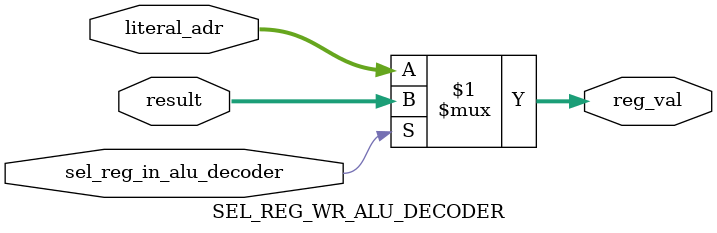
<source format=v>
module SEL_REG_WR_ALU_DECODER (literal_adr, sel_reg_in_alu_decoder, result, reg_val);

parameter DataWidth = 8;

input [DataWidth-1:0] literal_adr;
input sel_reg_in_alu_decoder; //Selektion ob das Register durch ALU oder Decoder beschrieben wird, 1 = AlU, 0 = Decoder
input [DataWidth-1:0] result; //Ergebniswert der ALU
output [DataWidth-1:0] reg_val; //Wert der ins Register geschrieben wird

assign reg_val = sel_reg_in_alu_decoder ? result : literal_adr;

endmodule

</source>
